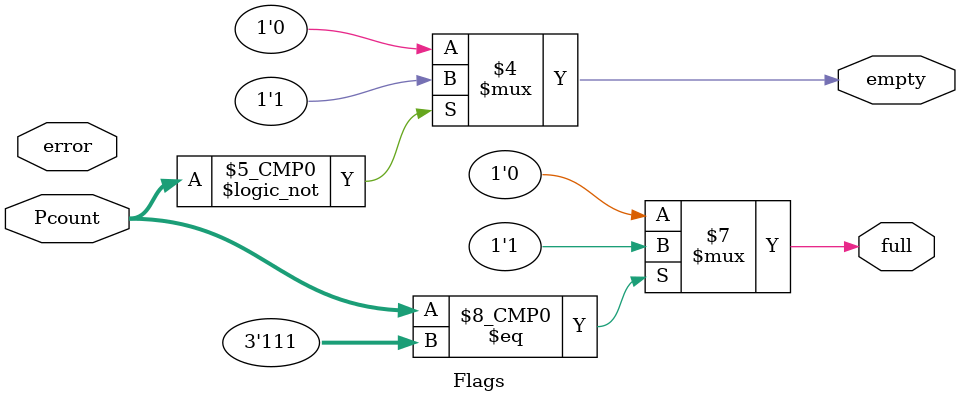
<source format=v>
module Flags (full,empty,error,Pcount); 
	input [2:0] Pcount;
	input error; 
	output reg full,empty;
	
  always @ (Pcount,error)
  begin
		$display ("There are %d people waiting to be served..",Pcount); //# of people standing
		case (Pcount)
		3'b000:  
			begin 
			if(error) $display("Error Room is empty .. no one can leave ._."); //someone entered from the front gate 
			full = 0;
			empty = 1;
			end 
		3'b111: 
			begin 
			if(error) $display("Error Room is full .. no one can enter ._."); //FULL
			full = 1;
			empty = 0;
			end 
		default: 
			begin
				full = 0;
				empty = 0;
			end 
		endcase
	end

  
endmodule

</source>
